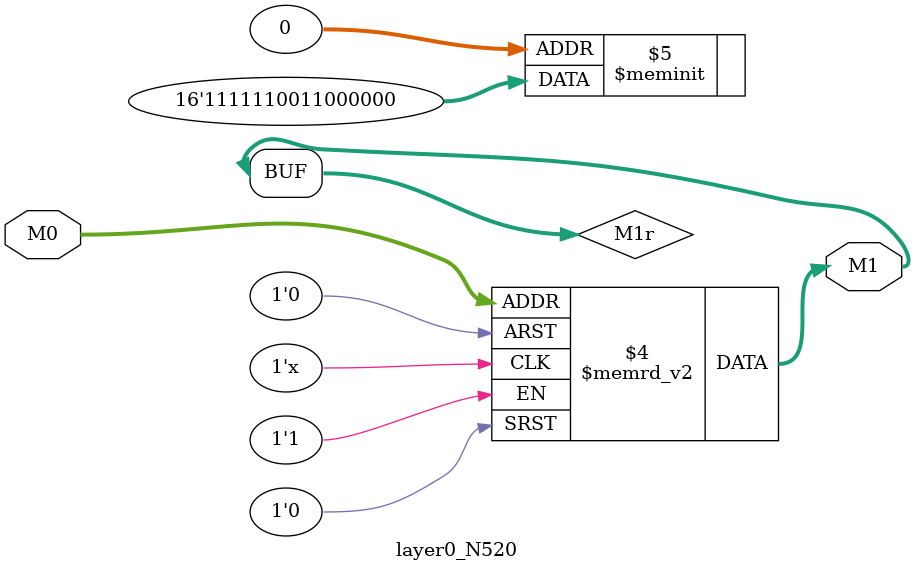
<source format=v>
module layer0_N520 ( input [2:0] M0, output [1:0] M1 );

	(*rom_style = "distributed" *) reg [1:0] M1r;
	assign M1 = M1r;
	always @ (M0) begin
		case (M0)
			3'b000: M1r = 2'b00;
			3'b100: M1r = 2'b00;
			3'b010: M1r = 2'b00;
			3'b110: M1r = 2'b11;
			3'b001: M1r = 2'b00;
			3'b101: M1r = 2'b11;
			3'b011: M1r = 2'b11;
			3'b111: M1r = 2'b11;

		endcase
	end
endmodule

</source>
